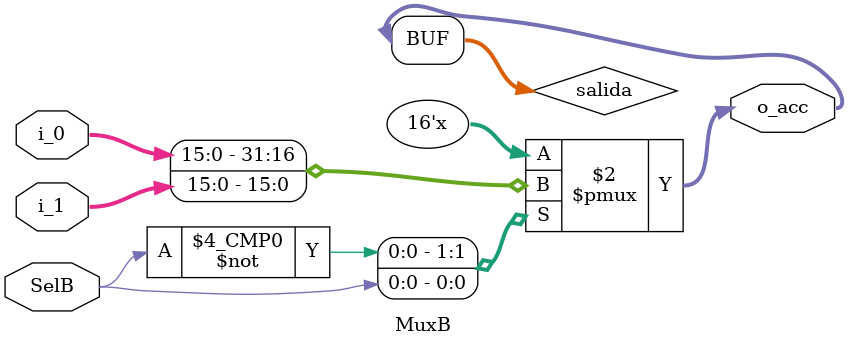
<source format=v>
module MuxB (
	input  wire [15:0] i_0  ,
	input  wire [15:0] i_1  ,
	input  wire        SelB ,
	output wire [15:0] o_acc
);

	reg [15:0] salida;
	always @(*) begin : proc_selB

		case (SelB)

			1'b0 : salida = i_0;
			1'b1 : salida = i_1;

			default : salida = 16'b0;
		endcase

	end
	assign o_acc = salida;

endmodule
</source>
